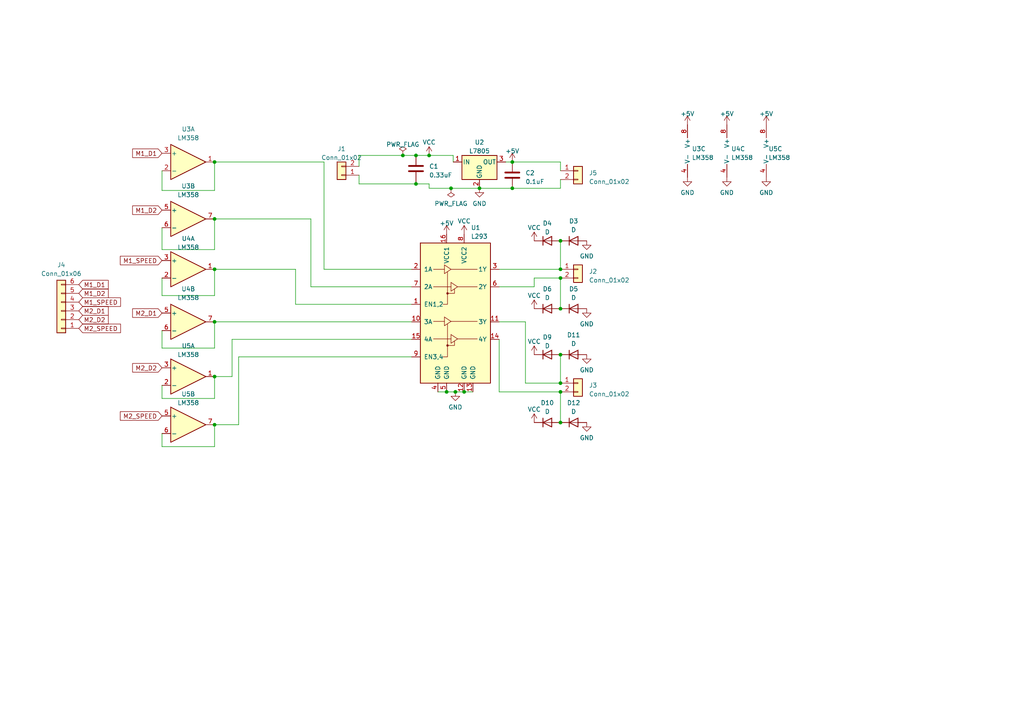
<source format=kicad_sch>
(kicad_sch (version 20230121) (generator eeschema)
  (paper "A4")
  (lib_symbols
    (symbol "Amplifier_Operational:LM358" (pin_names (offset 0.127))
      (property "Reference" "U" (at 0 5.08 0))
      (property "Value" "LM358" (at 0 -5.08 0))
      (symbol "LM358_1_1"
        (polyline (pts (xy -5.08 5.08) (xy 5.08 0) (xy -5.08 -5.08) (xy -5.08 5.08)) (stroke (width 0.254)) (fill (type background)))
        (pin output line (at 7.62 0 180) (length 2.54) (name "~") (number "1"))
        (pin input line (at -7.62 -2.54 0) (length 2.54) (name "-") (number "2"))
        (pin input line (at -7.62 2.54 0) (length 2.54) (name "+") (number "3"))
      )
      (symbol "LM358_2_1"
        (polyline (pts (xy -5.08 5.08) (xy 5.08 0) (xy -5.08 -5.08) (xy -5.08 5.08)) (stroke (width 0.254)) (fill (type background)))
        (pin input line (at -7.62 2.54 0) (length 2.54) (name "+") (number "5"))
        (pin input line (at -7.62 -2.54 0) (length 2.54) (name "-") (number "6"))
        (pin output line (at 7.62 0 180) (length 2.54) (name "~") (number "7"))
      )
      (symbol "LM358_3_1"
        (pin power_in line (at -2.54 -7.62 90) (length 3.81) (name "V-") (number "4"))
        (pin power_in line (at -2.54 7.62 270) (length 3.81) (name "V+") (number "8"))
      )
    )
    (symbol "Connector_Generic:Conn_01x02" (pin_names (offset 1.016) hide)
      (property "Reference" "J" (at 0 2.54 0))
      (property "Value" "Conn_01x02" (at 0 -5.08 0))
      (symbol "Conn_01x02_1_1"
        (rectangle (start -1.27 -2.413) (end 0 -2.667) (stroke (width 0.1524)))
        (rectangle (start -1.27 0.127) (end 0 -0.127) (stroke (width 0.1524)))
        (rectangle (start -1.27 1.27) (end 1.27 -3.81) (stroke (width 0.254)) (fill (type background)))
        (pin passive line (at -5.08 0 0) (length 3.81) (name "Pin_1") (number "1"))
        (pin passive line (at -5.08 -2.54 0) (length 3.81) (name "Pin_2") (number "2"))
      )
    )
    (symbol "Connector_Generic:Conn_01x06" (pin_names (offset 1.016) hide)
      (property "Reference" "J" (at 0 7.62 0))
      (property "Value" "Conn_01x06" (at 0 -10.16 0))
      (symbol "Conn_01x06_1_1"
        (rectangle (start -1.27 -7.493) (end 0 -7.747) (stroke (width 0.1524)))
        (rectangle (start -1.27 -4.953) (end 0 -5.207) (stroke (width 0.1524)))
        (rectangle (start -1.27 -2.413) (end 0 -2.667) (stroke (width 0.1524)))
        (rectangle (start -1.27 0.127) (end 0 -0.127) (stroke (width 0.1524)))
        (rectangle (start -1.27 2.667) (end 0 2.413) (stroke (width 0.1524)))
        (rectangle (start -1.27 5.207) (end 0 4.953) (stroke (width 0.1524)))
        (rectangle (start -1.27 6.35) (end 1.27 -8.89) (stroke (width 0.254)) (fill (type background)))
        (pin passive line (at -5.08 5.08 0) (length 3.81) (name "Pin_1") (number "1"))
        (pin passive line (at -5.08 2.54 0) (length 3.81) (name "Pin_2") (number "2"))
        (pin passive line (at -5.08 0 0) (length 3.81) (name "Pin_3") (number "3"))
        (pin passive line (at -5.08 -2.54 0) (length 3.81) (name "Pin_4") (number "4"))
        (pin passive line (at -5.08 -5.08 0) (length 3.81) (name "Pin_5") (number "5"))
        (pin passive line (at -5.08 -7.62 0) (length 3.81) (name "Pin_6") (number "6"))
      )
    )
    (symbol "Device:C" (pin_numbers hide) (pin_names (offset 0.254))
      (property "Reference" "C" (at 0.635 2.54 0))
      (property "Value" "C" (at 0.635 -2.54 0))
      (symbol "C_0_1"
        (polyline (pts (xy -2.032 -0.762) (xy 2.032 -0.762)) (stroke (width 0.508)))
        (polyline (pts (xy -2.032 0.762) (xy 2.032 0.762)) (stroke (width 0.508)))
      )
      (symbol "C_1_1"
        (pin passive line (at 0 3.81 270) (length 2.794) (name "~") (number "1"))
        (pin passive line (at 0 -3.81 90) (length 2.794) (name "~") (number "2"))
      )
    )
    (symbol "Device:D" (pin_numbers hide) (pin_names (offset 1.016) hide)
      (property "Reference" "D" (at 0 2.54 0))
      (property "Value" "D" (at 0 -2.54 0))
      (symbol "D_0_1"
        (polyline (pts (xy -1.27 1.27) (xy -1.27 -1.27)) (stroke (width 0.254)))
        (polyline (pts (xy 1.27 0) (xy -1.27 0)))
        (polyline (pts (xy 1.27 1.27) (xy 1.27 -1.27) (xy -1.27 0) (xy 1.27 1.27)) (stroke (width 0.254)))
      )
      (symbol "D_1_1"
        (pin passive line (at -3.81 0 0) (length 2.54) (name "K") (number "1"))
        (pin passive line (at 3.81 0 180) (length 2.54) (name "A") (number "2"))
      )
    )
    (symbol "Driver_Motor:L293" (pin_names (offset 1.016))
      (property "Reference" "U" (at -5.08 26.035 0))
      (property "Value" "L293" (at -5.08 24.13 0))
      (symbol "L293_0_1"
        (rectangle (start -10.16 22.86) (end 10.16 -17.78) (stroke (width 0.254)) (fill (type background)))
        (circle (center -2.286 -6.858) (radius 0.254) (fill (type outline)))
        (circle (center -2.286 8.255) (radius 0.254) (fill (type outline)))
        (polyline (pts (xy -6.35 -4.953) (xy -1.27 -4.953)))
        (polyline (pts (xy -6.35 0.127) (xy -3.175 0.127)))
        (polyline (pts (xy -6.35 10.16) (xy -1.27 10.16)))
        (polyline (pts (xy -6.35 15.24) (xy -3.175 15.24)))
        (polyline (pts (xy -1.27 0.127) (xy 6.35 0.127)))
        (polyline (pts (xy -1.27 15.24) (xy 6.35 15.24)))
        (polyline (pts (xy 0.635 -4.953) (xy 6.35 -4.953)))
        (polyline (pts (xy 0.635 10.16) (xy 6.35 10.16)))
        (polyline (pts (xy -2.286 -6.858) (xy -0.254 -6.858) (xy -0.254 -5.588)))
        (polyline (pts (xy -2.286 -0.635) (xy -2.286 -10.16) (xy -3.556 -10.16)))
        (polyline (pts (xy -2.286 8.255) (xy -0.254 8.255) (xy -0.254 9.525)))
        (polyline (pts (xy -2.286 14.478) (xy -2.286 5.08) (xy -3.556 5.08)))
        (polyline (pts (xy -3.175 1.397) (xy -3.175 -1.143) (xy -1.27 0.127) (xy -3.175 1.397)))
        (polyline (pts (xy -3.175 16.51) (xy -3.175 13.97) (xy -1.27 15.24) (xy -3.175 16.51)))
        (polyline (pts (xy -1.27 -3.683) (xy -1.27 -6.223) (xy 0.635 -4.953) (xy -1.27 -3.683)))
        (polyline (pts (xy -1.27 11.43) (xy -1.27 8.89) (xy 0.635 10.16) (xy -1.27 11.43)))
      )
      (symbol "L293_1_1"
        (pin input line (at -12.7 5.08 0) (length 2.54) (name "EN1,2") (number "1"))
        (pin input line (at -12.7 0 0) (length 2.54) (name "3A") (number "10"))
        (pin output line (at 12.7 0 180) (length 2.54) (name "3Y") (number "11"))
        (pin power_in line (at 2.54 -20.32 90) (length 2.54) (name "GND") (number "12"))
        (pin power_in line (at 5.08 -20.32 90) (length 2.54) (name "GND") (number "13"))
        (pin output line (at 12.7 -5.08 180) (length 2.54) (name "4Y") (number "14"))
        (pin input line (at -12.7 -5.08 0) (length 2.54) (name "4A") (number "15"))
        (pin power_in line (at -2.54 25.4 270) (length 2.54) (name "VCC1") (number "16"))
        (pin input line (at -12.7 15.24 0) (length 2.54) (name "1A") (number "2"))
        (pin output line (at 12.7 15.24 180) (length 2.54) (name "1Y") (number "3"))
        (pin power_in line (at -5.08 -20.32 90) (length 2.54) (name "GND") (number "4"))
        (pin power_in line (at -2.54 -20.32 90) (length 2.54) (name "GND") (number "5"))
        (pin output line (at 12.7 10.16 180) (length 2.54) (name "2Y") (number "6"))
        (pin input line (at -12.7 10.16 0) (length 2.54) (name "2A") (number "7"))
        (pin power_in line (at 2.54 25.4 270) (length 2.54) (name "VCC2") (number "8"))
        (pin input line (at -12.7 -10.16 0) (length 2.54) (name "EN3,4") (number "9"))
      )
    )
    (symbol "Regulator_Linear:L7805" (pin_names (offset 0.254))
      (property "Reference" "U" (at -3.81 3.175 0))
      (property "Value" "L7805" (at 0 3.175 0))
      (symbol "L7805_0_1"
        (rectangle (start -5.08 1.905) (end 5.08 -5.08) (stroke (width 0.254)) (fill (type background)))
      )
      (symbol "L7805_1_1"
        (pin power_in line (at -7.62 0 0) (length 2.54) (name "IN") (number "1"))
        (pin power_in line (at 0 -7.62 90) (length 2.54) (name "GND") (number "2"))
        (pin power_out line (at 7.62 0 180) (length 2.54) (name "OUT") (number "3"))
      )
    )
    (symbol "power:+5V" (power) (pin_names (offset 0))
      (property "Value" "+5V" (at 0 3.556 0))
      (symbol "+5V_0_1"
        (polyline (pts (xy -0.762 1.27) (xy 0 2.54)))
        (polyline (pts (xy 0 0) (xy 0 2.54)))
        (polyline (pts (xy 0 2.54) (xy 0.762 1.27)))
      )
      (symbol "+5V_1_1"
        (pin power_in line (at 0 0 90) (length 0) hide (name "+5V") (number "1"))
      )
    )
    (symbol "power:GND" (power) (pin_names (offset 0))
      (property "Value" "GND" (at 0 -3.81 0))
      (symbol "GND_0_1"
        (polyline (pts (xy 0 0) (xy 0 -1.27) (xy 1.27 -1.27) (xy 0 -2.54) (xy -1.27 -1.27) (xy 0 -1.27)))
      )
      (symbol "GND_1_1"
        (pin power_in line (at 0 0 270) (length 0) hide (name "GND") (number "1"))
      )
    )
    (symbol "power:PWR_FLAG" (power) (pin_numbers hide) (pin_names (offset 0) hide)
      (property "Value" "PWR_FLAG" (at 0 3.81 0))
      (symbol "PWR_FLAG_0_0"
        (pin power_out line (at 0 0 90) (length 0) (name "pwr") (number "1"))
      )
      (symbol "PWR_FLAG_0_1"
        (polyline (pts (xy 0 0) (xy 0 1.27) (xy -1.016 1.905) (xy 0 2.54) (xy 1.016 1.905) (xy 0 1.27)))
      )
    )
    (symbol "power:VCC" (power) (pin_names (offset 0))
      (property "Value" "VCC" (at 0 3.81 0))
      (symbol "VCC_0_1"
        (polyline (pts (xy -0.762 1.27) (xy 0 2.54)))
        (polyline (pts (xy 0 0) (xy 0 2.54)))
        (polyline (pts (xy 0 2.54) (xy 0.762 1.27)))
      )
      (symbol "VCC_1_1"
        (pin power_in line (at 0 0 90) (length 0) hide (name "VCC") (number "1"))
      )
    )
  )
  (junction (at 162.56 102.87))
  (junction (at 62.23 46.99))
  (junction (at 162.56 89.535))
  (junction (at 62.23 78.105))
  (junction (at 62.23 63.5))
  (junction (at 132.08 113.665))
  (junction (at 162.56 113.665))
  (junction (at 120.65 53.34))
  (junction (at 62.23 93.345))
  (junction (at 124.46 45.085))
  (junction (at 162.56 69.85))
  (junction (at 139.065 54.61))
  (junction (at 130.81 54.61))
  (junction (at 62.23 123.19))
  (junction (at 62.23 109.22))
  (junction (at 162.56 78.105))
  (junction (at 162.56 80.645))
  (junction (at 162.56 122.555))
  (junction (at 116.84 45.085))
  (junction (at 129.54 113.665))
  (junction (at 134.62 113.665))
  (junction (at 162.56 111.125))
  (junction (at 148.59 46.99))
  (junction (at 148.59 54.61))
  (junction (at 120.65 45.085))
  (wire (pts (xy 46.99 80.645) (xy 46.99 85.725)))
  (wire (pts (xy 119.38 78.105) (xy 93.98 78.105)))
  (wire (pts (xy 46.99 115.57) (xy 62.23 115.57)))
  (wire (pts (xy 130.81 54.61) (xy 124.46 54.61)))
  (wire (pts (xy 134.62 113.665) (xy 137.16 113.665)))
  (wire (pts (xy 62.23 100.965) (xy 62.23 93.345)))
  (wire (pts (xy 162.56 46.99) (xy 162.56 49.53)))
  (wire (pts (xy 62.23 115.57) (xy 62.23 109.22)))
  (wire (pts (xy 162.56 113.665) (xy 162.56 122.555)))
  (wire (pts (xy 119.38 98.425) (xy 67.31 98.425)))
  (wire (pts (xy 93.98 78.105) (xy 93.98 46.99)))
  (wire (pts (xy 162.56 69.85) (xy 162.56 78.105)))
  (wire (pts (xy 46.99 85.725) (xy 62.23 85.725)))
  (wire (pts (xy 144.78 113.665) (xy 162.56 113.665)))
  (wire (pts (xy 119.38 93.345) (xy 62.23 93.345)))
  (wire (pts (xy 104.14 50.8) (xy 104.14 53.34)))
  (wire (pts (xy 104.14 48.26) (xy 104.14 45.085)))
  (wire (pts (xy 62.23 72.39) (xy 62.23 63.5)))
  (wire (pts (xy 119.38 103.505) (xy 69.215 103.505)))
  (wire (pts (xy 152.4 93.345) (xy 144.78 93.345)))
  (wire (pts (xy 67.31 109.22) (xy 62.23 109.22)))
  (wire (pts (xy 139.065 54.61) (xy 130.81 54.61)))
  (wire (pts (xy 46.99 49.53) (xy 46.99 55.245)))
  (wire (pts (xy 120.65 53.34) (xy 120.65 52.705)))
  (wire (pts (xy 62.23 85.725) (xy 62.23 78.105)))
  (wire (pts (xy 144.78 78.105) (xy 162.56 78.105)))
  (wire (pts (xy 93.98 46.99) (xy 62.23 46.99)))
  (wire (pts (xy 120.65 45.085) (xy 124.46 45.085)))
  (wire (pts (xy 148.59 46.99) (xy 162.56 46.99)))
  (wire (pts (xy 90.17 63.5) (xy 62.23 63.5)))
  (wire (pts (xy 46.99 100.965) (xy 62.23 100.965)))
  (wire (pts (xy 104.14 45.085) (xy 116.84 45.085)))
  (wire (pts (xy 162.56 54.61) (xy 148.59 54.61)))
  (wire (pts (xy 119.38 83.185) (xy 90.17 83.185)))
  (wire (pts (xy 46.99 95.885) (xy 46.99 100.965)))
  (wire (pts (xy 62.23 55.245) (xy 62.23 46.99)))
  (wire (pts (xy 46.99 111.76) (xy 46.99 115.57)))
  (wire (pts (xy 146.685 46.99) (xy 148.59 46.99)))
  (wire (pts (xy 120.65 53.34) (xy 124.46 53.34)))
  (wire (pts (xy 131.445 46.99) (xy 131.445 45.085)))
  (wire (pts (xy 131.445 45.085) (xy 124.46 45.085)))
  (wire (pts (xy 46.99 72.39) (xy 62.23 72.39)))
  (wire (pts (xy 162.56 80.645) (xy 162.56 89.535)))
  (wire (pts (xy 119.38 88.265) (xy 85.725 88.265)))
  (wire (pts (xy 85.725 78.105) (xy 62.23 78.105)))
  (wire (pts (xy 90.17 83.185) (xy 90.17 63.5)))
  (wire (pts (xy 144.78 83.185) (xy 154.94 83.185)))
  (wire (pts (xy 144.78 113.665) (xy 144.78 98.425)))
  (wire (pts (xy 69.215 103.505) (xy 69.215 123.19)))
  (wire (pts (xy 85.725 88.265) (xy 85.725 78.105)))
  (wire (pts (xy 127 113.665) (xy 129.54 113.665)))
  (wire (pts (xy 152.4 111.125) (xy 152.4 93.345)))
  (wire (pts (xy 154.94 83.185) (xy 154.94 80.645)))
  (wire (pts (xy 104.14 53.34) (xy 120.65 53.34)))
  (wire (pts (xy 162.56 102.87) (xy 162.56 111.125)))
  (wire (pts (xy 120.65 45.085) (xy 116.84 45.085)))
  (wire (pts (xy 129.54 113.665) (xy 132.08 113.665)))
  (wire (pts (xy 124.46 54.61) (xy 124.46 53.34)))
  (wire (pts (xy 46.99 129.54) (xy 62.23 129.54)))
  (wire (pts (xy 46.99 125.73) (xy 46.99 129.54)))
  (wire (pts (xy 62.23 129.54) (xy 62.23 123.19)))
  (wire (pts (xy 139.065 54.61) (xy 148.59 54.61)))
  (wire (pts (xy 162.56 111.125) (xy 152.4 111.125)))
  (wire (pts (xy 154.94 80.645) (xy 162.56 80.645)))
  (wire (pts (xy 162.56 52.07) (xy 162.56 54.61)))
  (wire (pts (xy 46.99 55.245) (xy 62.23 55.245)))
  (wire (pts (xy 132.08 113.665) (xy 134.62 113.665)))
  (wire (pts (xy 67.31 98.425) (xy 67.31 109.22)))
  (wire (pts (xy 69.215 123.19) (xy 62.23 123.19)))
  (wire (pts (xy 46.99 66.04) (xy 46.99 72.39)))
  (global_label "M2_D1" (shape input) (at 22.86 90.17 0) (property "Intersheetrefs" "${INTERSHEET_REFS}" (effects hide)))
  (global_label "M1_SPEED" (shape input) (at 46.99 75.565 180) (property "Intersheetrefs" "${INTERSHEET_REFS}" (effects hide)))
  (global_label "M1_D1" (shape input) (at 46.99 44.45 180) (property "Intersheetrefs" "${INTERSHEET_REFS}" (effects hide)))
  (global_label "M2_SPEED" (shape input) (at 22.86 95.25 0) (property "Intersheetrefs" "${INTERSHEET_REFS}" (effects hide)))
  (global_label "M1_D2" (shape input) (at 22.86 85.09 0) (property "Intersheetrefs" "${INTERSHEET_REFS}" (effects hide)))
  (global_label "M1_D2" (shape input) (at 46.99 60.96 180) (property "Intersheetrefs" "${INTERSHEET_REFS}" (effects hide)))
  (global_label "M1_SPEED" (shape input) (at 22.86 87.63 0) (property "Intersheetrefs" "${INTERSHEET_REFS}" (effects hide)))
  (global_label "M2_D2" (shape input) (at 46.99 106.68 180) (property "Intersheetrefs" "${INTERSHEET_REFS}" (effects hide)))
  (global_label "M1_D1" (shape input) (at 22.86 82.55 0) (property "Intersheetrefs" "${INTERSHEET_REFS}" (effects hide)))
  (global_label "M2_D1" (shape input) (at 46.99 90.805 180) (property "Intersheetrefs" "${INTERSHEET_REFS}" (effects hide)))
  (global_label "M2_SPEED" (shape input) (at 46.99 120.65 180) (property "Intersheetrefs" "${INTERSHEET_REFS}" (effects hide)))
  (global_label "M2_D2" (shape input) (at 22.86 92.71 0) (property "Intersheetrefs" "${INTERSHEET_REFS}" (effects hide)))
  (symbol (lib_id "power:+5V") (at 148.59 46.99 0) (unit 1)
    (property "Reference" "#PWR03" (effects hide))
    (property "Value" "+5V" (at 148.59 43.815 0))
  )
  (symbol (lib_id "power:GND") (at 222.25 51.435 0) (unit 1)
    (property "Reference" "#PWR020" (effects hide))
    (property "Value" "GND" (at 222.25 55.88 0))
  )
  (symbol (lib_id "Amplifier_Operational:LM358") (at 213.36 43.815 0) (unit 3)
    (property "Reference" "U4" (at 212.09 43.18 0) (effects (justify left)))
    (property "Value" "LM358" (at 212.09 45.72 0) (effects (justify left)))
    (property "Footprint" "Package_DIP:DIP-8_W7.62mm_Socket" (effects hide))
    (property "Datasheet" "http://www.ti.com/lit/ds/symlink/lm2904-n.pdf" (effects hide))
  )
  (symbol (lib_id "Amplifier_Operational:LM358") (at 54.61 46.99 0) (unit 1)
    (property "Reference" "U3" (at 54.61 37.465 0))
    (property "Value" "LM358" (at 54.61 40.005 0))
    (property "Footprint" "Package_DIP:DIP-8_W7.62mm_Socket" (effects hide))
    (property "Datasheet" "http://www.ti.com/lit/ds/symlink/lm2904-n.pdf" (effects hide))
  )
  (symbol (lib_id "power:+5V") (at 210.82 36.195 0) (unit 1)
    (property "Reference" "#PWR016" (effects hide))
    (property "Value" "+5V" (at 210.82 33.02 0))
  )
  (symbol (lib_id "Amplifier_Operational:LM358") (at 54.61 78.105 0) (unit 1)
    (property "Reference" "U4" (at 54.61 69.215 0))
    (property "Value" "LM358" (at 54.61 71.755 0))
    (property "Footprint" "Package_DIP:DIP-8_W7.62mm_Socket" (effects hide))
    (property "Datasheet" "http://www.ti.com/lit/ds/symlink/lm2904-n.pdf" (effects hide))
  )
  (symbol (lib_id "power:GND") (at 210.82 51.435 0) (unit 1)
    (property "Reference" "#PWR019" (effects hide))
    (property "Value" "GND" (at 210.82 55.88 0))
  )
  (symbol (lib_id "Driver_Motor:L293") (at 132.08 93.345 0) (unit 1)
    (property "Reference" "U1" (at 136.5759 66.04 0) (effects (justify left)))
    (property "Value" "L293" (at 136.5759 68.58 0) (effects (justify left)))
    (property "Footprint" "Package_DIP:DIP-16_W7.62mm_Socket" (effects hide))
    (property "Datasheet" "http://www.ti.com/lit/ds/symlink/l293.pdf" (effects hide))
  )
  (symbol (lib_id "power:VCC") (at 124.46 45.085 0) (unit 1)
    (property "Reference" "#PWR02" (effects hide))
    (property "Value" "VCC" (at 124.46 41.275 0))
  )
  (symbol (lib_id "power:VCC") (at 154.94 122.555 0) (unit 1)
    (property "Reference" "#PWR013" (effects hide))
    (property "Value" "VCC" (at 154.94 118.745 0))
  )
  (symbol (lib_id "power:VCC") (at 154.94 89.535 0) (unit 1)
    (property "Reference" "#PWR012" (effects hide))
    (property "Value" "VCC" (at 154.94 85.725 0))
  )
  (symbol (lib_id "Connector_Generic:Conn_01x02") (at 99.06 50.8 180) (unit 1)
    (property "Reference" "J1" (at 99.06 43.18 0))
    (property "Value" "Conn_01x02" (at 99.06 45.72 0))
    (property "Footprint" "TerminalBlock:TerminalBlock_bornier-2_P5.08mm" (effects hide))
  )
  (symbol (lib_id "power:GND") (at 132.08 113.665 0) (unit 1)
    (property "Reference" "#PWR014" (effects hide))
    (property "Value" "GND" (at 132.08 118.11 0))
  )
  (symbol (lib_id "power:PWR_FLAG") (at 116.84 45.085 0) (unit 1)
    (property "Reference" "#FLG01" (effects hide))
    (property "Value" "PWR_FLAG" (at 116.84 41.91 0))
  )
  (symbol (lib_id "Amplifier_Operational:LM358") (at 54.61 63.5 0) (unit 2)
    (property "Reference" "U3" (at 54.61 53.975 0))
    (property "Value" "LM358" (at 54.61 56.515 0))
    (property "Footprint" "Package_DIP:DIP-8_W7.62mm_Socket" (effects hide))
    (property "Datasheet" "http://www.ti.com/lit/ds/symlink/lm2904-n.pdf" (effects hide))
  )
  (symbol (lib_id "Amplifier_Operational:LM358") (at 54.61 93.345 0) (unit 2)
    (property "Reference" "U4" (at 54.61 83.82 0))
    (property "Value" "LM358" (at 54.61 86.36 0))
    (property "Footprint" "Package_DIP:DIP-8_W7.62mm_Socket" (effects hide))
    (property "Datasheet" "http://www.ti.com/lit/ds/symlink/lm2904-n.pdf" (effects hide))
  )
  (symbol (lib_id "power:GND") (at 170.18 102.87 0) (unit 1)
    (property "Reference" "#PWR010" (effects hide))
    (property "Value" "GND" (at 170.18 107.315 0))
  )
  (symbol (lib_id "power:VCC") (at 154.94 102.87 0) (unit 1)
    (property "Reference" "#PWR09" (effects hide))
    (property "Value" "VCC" (at 154.94 99.06 0))
  )
  (symbol (lib_id "Device:D") (at 166.37 89.535 0) (unit 1)
    (property "Reference" "D5" (at 166.37 83.82 0))
    (property "Value" "D" (at 166.37 86.36 0))
    (property "Footprint" "Diode_THT:D_A-405_P7.62mm_Horizontal" (effects hide))
    (property "Sim.Device" "D" (effects hide))
    (property "Sim.Pins" "1=K 2=A" (effects hide))
  )
  (symbol (lib_id "power:VCC") (at 154.94 69.85 0) (unit 1)
    (property "Reference" "#PWR07" (effects hide))
    (property "Value" "VCC" (at 154.94 66.04 0))
  )
  (symbol (lib_id "power:VCC") (at 134.62 67.945 0) (unit 1)
    (property "Reference" "#PWR04" (effects hide))
    (property "Value" "VCC" (at 134.62 64.135 0))
  )
  (symbol (lib_id "Amplifier_Operational:LM358") (at 201.93 43.815 0) (unit 3)
    (property "Reference" "U3" (at 200.66 43.18 0) (effects (justify left)))
    (property "Value" "LM358" (at 200.66 45.72 0) (effects (justify left)))
    (property "Footprint" "Package_DIP:DIP-8_W7.62mm_Socket" (effects hide))
    (property "Datasheet" "http://www.ti.com/lit/ds/symlink/lm2904-n.pdf" (effects hide))
  )
  (symbol (lib_id "power:GND") (at 199.39 51.435 0) (unit 1)
    (property "Reference" "#PWR018" (effects hide))
    (property "Value" "GND" (at 199.39 55.88 0))
  )
  (symbol (lib_id "Connector_Generic:Conn_01x06") (at 17.78 90.17 180) (unit 1)
    (property "Reference" "J4" (at 17.78 76.835 0))
    (property "Value" "Conn_01x06" (at 17.78 79.375 0))
    (property "Footprint" "Connector_PinSocket_2.54mm:PinSocket_1x06_P2.54mm_Vertical" (effects hide))
  )
  (symbol (lib_id "Connector_Generic:Conn_01x02") (at 167.64 111.125 0) (unit 1)
    (property "Reference" "J3" (at 170.815 111.76 0) (effects (justify left)))
    (property "Value" "Conn_01x02" (at 170.815 114.3 0) (effects (justify left)))
    (property "Footprint" "TerminalBlock:TerminalBlock_bornier-2_P5.08mm" (effects hide))
  )
  (symbol (lib_id "Amplifier_Operational:LM358") (at 54.61 109.22 0) (unit 1)
    (property "Reference" "U5" (at 54.61 100.33 0))
    (property "Value" "LM358" (at 54.61 102.87 0))
    (property "Footprint" "Package_DIP:DIP-8_W7.62mm_Socket" (effects hide))
    (property "Datasheet" "http://www.ti.com/lit/ds/symlink/lm2904-n.pdf" (effects hide))
  )
  (symbol (lib_id "power:+5V") (at 199.39 36.195 0) (unit 1)
    (property "Reference" "#PWR015" (effects hide))
    (property "Value" "+5V" (at 199.39 33.02 0))
  )
  (symbol (lib_id "Device:D") (at 158.75 69.85 0) (unit 1)
    (property "Reference" "D4" (at 158.75 64.77 0))
    (property "Value" "D" (at 158.75 67.31 0))
    (property "Footprint" "Diode_THT:D_A-405_P7.62mm_Horizontal" (effects hide))
    (property "Sim.Device" "D" (effects hide))
    (property "Sim.Pins" "1=K 2=A" (effects hide))
  )
  (symbol (lib_id "Device:D") (at 158.75 102.87 0) (unit 1)
    (property "Reference" "D9" (at 158.75 97.79 0))
    (property "Value" "D" (at 158.75 100.33 0))
    (property "Footprint" "Diode_THT:D_A-405_P7.62mm_Horizontal" (effects hide))
    (property "Sim.Device" "D" (effects hide))
    (property "Sim.Pins" "1=K 2=A" (effects hide))
  )
  (symbol (lib_id "Device:D") (at 166.37 122.555 0) (unit 1)
    (property "Reference" "D12" (at 166.37 116.84 0))
    (property "Value" "D" (at 166.37 119.38 0))
    (property "Footprint" "Diode_THT:D_A-405_P7.62mm_Horizontal" (effects hide))
    (property "Sim.Device" "D" (effects hide))
    (property "Sim.Pins" "1=K 2=A" (effects hide))
  )
  (symbol (lib_id "Device:C") (at 148.59 50.8 0) (unit 1)
    (property "Reference" "C2" (at 152.4 50.165 0) (effects (justify left)))
    (property "Value" "0.1uF" (at 152.4 52.705 0) (effects (justify left)))
    (property "Footprint" "Capacitor_THT:C_Disc_D5.1mm_W3.2mm_P5.00mm" (effects hide))
  )
  (symbol (lib_id "Device:D") (at 158.75 122.555 0) (unit 1)
    (property "Reference" "D10" (at 158.75 116.84 0))
    (property "Value" "D" (at 158.75 119.38 0))
    (property "Footprint" "Diode_THT:D_A-405_P7.62mm_Horizontal" (effects hide))
    (property "Sim.Device" "D" (effects hide))
    (property "Sim.Pins" "1=K 2=A" (effects hide))
  )
  (symbol (lib_id "power:+5V") (at 222.25 36.195 0) (unit 1)
    (property "Reference" "#PWR017" (effects hide))
    (property "Value" "+5V" (at 222.25 33.02 0))
  )
  (symbol (lib_id "power:GND") (at 170.18 89.535 0) (unit 1)
    (property "Reference" "#PWR08" (effects hide))
    (property "Value" "GND" (at 170.18 93.98 0))
  )
  (symbol (lib_id "Device:C") (at 120.65 48.895 0) (unit 1)
    (property "Reference" "C1" (at 124.46 48.26 0) (effects (justify left)))
    (property "Value" "0.33uF" (at 124.46 50.8 0) (effects (justify left)))
    (property "Footprint" "Capacitor_THT:C_Disc_D5.1mm_W3.2mm_P5.00mm" (effects hide))
  )
  (symbol (lib_id "Regulator_Linear:L7805") (at 139.065 46.99 0) (unit 1)
    (property "Reference" "U2" (at 139.065 41.275 0))
    (property "Value" "L7805" (at 139.065 43.815 0))
    (property "Footprint" "Package_TO_SOT_THT:TO-220-3_Vertical" (effects hide))
    (property "Datasheet" "http://www.st.com/content/ccc/resource/technical/document/datasheet/41/4f/b3/b0/12/d4/47/88/CD00000444.pdf/files/CD00000444.pdf/jcr:content/translations/en.CD00000444.pdf" (effects hide))
  )
  (symbol (lib_id "power:GND") (at 170.18 122.555 0) (unit 1)
    (property "Reference" "#PWR011" (effects hide))
    (property "Value" "GND" (at 170.18 127 0))
  )
  (symbol (lib_id "Device:D") (at 166.37 69.85 0) (unit 1)
    (property "Reference" "D3" (at 166.37 64.135 0))
    (property "Value" "D" (at 166.37 66.675 0))
    (property "Footprint" "Diode_THT:D_A-405_P7.62mm_Horizontal" (effects hide))
    (property "Sim.Device" "D" (effects hide))
    (property "Sim.Pins" "1=K 2=A" (effects hide))
  )
  (symbol (lib_id "Connector_Generic:Conn_01x02") (at 167.64 49.53 0) (unit 1)
    (property "Reference" "J5" (at 170.815 50.165 0) (effects (justify left)))
    (property "Value" "Conn_01x02" (at 170.815 52.705 0) (effects (justify left)))
    (property "Footprint" "TerminalBlock:TerminalBlock_bornier-2_P5.08mm" (effects hide))
  )
  (symbol (lib_id "Device:D") (at 158.75 89.535 0) (unit 1)
    (property "Reference" "D6" (at 158.75 83.82 0))
    (property "Value" "D" (at 158.75 86.36 0))
    (property "Footprint" "Diode_THT:D_A-405_P7.62mm_Horizontal" (effects hide))
    (property "Sim.Device" "D" (effects hide))
    (property "Sim.Pins" "1=K 2=A" (effects hide))
  )
  (symbol (lib_id "power:PWR_FLAG") (at 130.81 54.61 180) (unit 1)
    (property "Reference" "#FLG02" (effects hide))
    (property "Value" "PWR_FLAG" (at 130.81 59.055 0))
  )
  (symbol (lib_id "power:GND") (at 139.065 54.61 0) (unit 1)
    (property "Reference" "#PWR01" (effects hide))
    (property "Value" "GND" (at 139.065 59.055 0))
  )
  (symbol (lib_id "power:+5V") (at 129.54 67.945 0) (unit 1)
    (property "Reference" "#PWR05" (effects hide))
    (property "Value" "+5V" (at 129.54 64.77 0))
  )
  (symbol (lib_id "Amplifier_Operational:LM358") (at 54.61 123.19 0) (unit 2)
    (property "Reference" "U5" (at 54.61 114.3 0))
    (property "Value" "LM358" (at 54.61 116.84 0))
    (property "Footprint" "Package_DIP:DIP-8_W7.62mm_Socket" (effects hide))
    (property "Datasheet" "http://www.ti.com/lit/ds/symlink/lm2904-n.pdf" (effects hide))
  )
  (symbol (lib_id "power:GND") (at 170.18 69.85 0) (unit 1)
    (property "Reference" "#PWR06" (effects hide))
    (property "Value" "GND" (at 170.18 74.295 0))
  )
  (symbol (lib_id "Connector_Generic:Conn_01x02") (at 167.64 78.105 0) (unit 1)
    (property "Reference" "J2" (at 170.815 78.74 0) (effects (justify left)))
    (property "Value" "Conn_01x02" (at 170.815 81.28 0) (effects (justify left)))
    (property "Footprint" "TerminalBlock:TerminalBlock_bornier-2_P5.08mm" (effects hide))
  )
  (symbol (lib_id "Device:D") (at 166.37 102.87 0) (unit 1)
    (property "Reference" "D11" (at 166.37 97.155 0))
    (property "Value" "D" (at 166.37 99.695 0))
    (property "Footprint" "Diode_THT:D_A-405_P7.62mm_Horizontal" (effects hide))
    (property "Sim.Device" "D" (effects hide))
    (property "Sim.Pins" "1=K 2=A" (effects hide))
  )
  (symbol (lib_id "Amplifier_Operational:LM358") (at 224.79 43.815 0) (unit 3)
    (property "Reference" "U5" (at 222.885 43.18 0) (effects (justify left)))
    (property "Value" "LM358" (at 222.885 45.72 0) (effects (justify left)))
    (property "Footprint" "Package_DIP:DIP-8_W7.62mm_Socket" (effects hide))
    (property "Datasheet" "http://www.ti.com/lit/ds/symlink/lm2904-n.pdf" (effects hide))
  )
)
</source>
